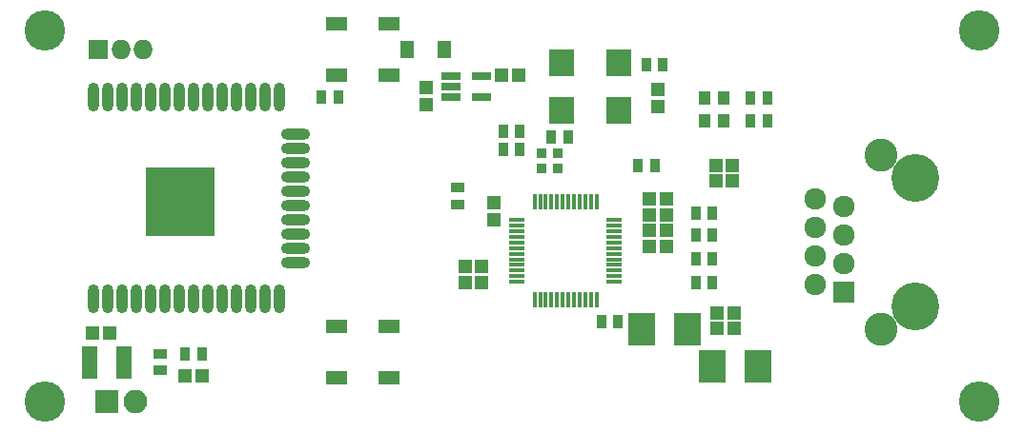
<source format=gbr>
G04 #@! TF.FileFunction,Soldermask,Top*
%FSLAX46Y46*%
G04 Gerber Fmt 4.6, Leading zero omitted, Abs format (unit mm)*
G04 Created by KiCad (PCBNEW 4.0.6) date Sat Oct 21 15:15:02 2017*
%MOMM*%
%LPD*%
G01*
G04 APERTURE LIST*
%ADD10C,0.100000*%
%ADD11R,2.200000X2.400000*%
%ADD12C,3.600000*%
%ADD13R,0.900000X1.300000*%
%ADD14R,1.400000X2.900000*%
%ADD15R,1.200000X1.150000*%
%ADD16R,1.150000X1.200000*%
%ADD17R,0.900000X0.850000*%
%ADD18R,2.400000X2.900000*%
%ADD19R,1.000000X1.200000*%
%ADD20R,2.100000X2.100000*%
%ADD21O,2.100000X2.100000*%
%ADD22R,1.750000X1.750000*%
%ADD23O,1.750000X1.750000*%
%ADD24R,1.300000X0.900000*%
%ADD25R,1.950000X1.300000*%
%ADD26R,1.660000X0.750000*%
%ADD27O,1.000000X2.600000*%
%ADD28O,2.600000X1.000000*%
%ADD29R,6.100000X6.100000*%
%ADD30R,0.350000X1.400000*%
%ADD31R,1.400000X0.350000*%
%ADD32R,1.300000X1.600000*%
%ADD33C,4.250000*%
%ADD34R,1.920000X1.920000*%
%ADD35C,1.920000*%
%ADD36C,2.940000*%
G04 APERTURE END LIST*
D10*
D11*
X134540000Y-78900000D03*
X129460000Y-78900000D03*
X129460000Y-83100000D03*
X134540000Y-83100000D03*
D12*
X83550000Y-76000000D03*
D13*
X128537200Y-85476940D03*
X130037200Y-85476940D03*
D14*
X90550000Y-105500000D03*
X87550000Y-105500000D03*
D15*
X89300000Y-102900000D03*
X87800000Y-102900000D03*
X124150000Y-80000000D03*
X125650000Y-80000000D03*
X96050000Y-106700000D03*
X97550000Y-106700000D03*
D16*
X117400000Y-81050000D03*
X117400000Y-82550000D03*
X138000000Y-81250000D03*
X138000000Y-82750000D03*
D15*
X143150000Y-89400000D03*
X144650000Y-89400000D03*
X143150000Y-88000000D03*
X144650000Y-88000000D03*
X143250000Y-101100000D03*
X144750000Y-101100000D03*
X143250000Y-102500000D03*
X144750000Y-102500000D03*
D16*
X122300000Y-98450000D03*
X122300000Y-96950000D03*
D15*
X138750000Y-91000000D03*
X137250000Y-91000000D03*
X138750000Y-95200000D03*
X137250000Y-95200000D03*
D16*
X123400000Y-91350000D03*
X123400000Y-92850000D03*
X120900000Y-98450000D03*
X120900000Y-96950000D03*
D15*
X137250000Y-92400000D03*
X138750000Y-92400000D03*
D17*
X129150000Y-88300000D03*
X127650000Y-88300000D03*
X129150000Y-86900000D03*
X127650000Y-86900000D03*
D18*
X142860000Y-105870000D03*
X146860000Y-105870000D03*
D19*
X142150000Y-82000000D03*
X143850000Y-82000000D03*
X142150000Y-84000000D03*
X143850000Y-84000000D03*
D20*
X89050000Y-109000000D03*
D21*
X91590000Y-109000000D03*
D22*
X88300000Y-77700000D03*
D23*
X90300000Y-77700000D03*
X92300000Y-77700000D03*
D18*
X140600000Y-102600000D03*
X136600000Y-102600000D03*
D24*
X93800000Y-104750000D03*
X93800000Y-106250000D03*
D13*
X136950000Y-79000000D03*
X138450000Y-79000000D03*
X96050000Y-104800000D03*
X97550000Y-104800000D03*
X124250000Y-85000000D03*
X125750000Y-85000000D03*
X108150000Y-81900000D03*
X109650000Y-81900000D03*
X141350000Y-98400000D03*
X142850000Y-98400000D03*
X141350000Y-96300000D03*
X142850000Y-96300000D03*
X141350000Y-94200000D03*
X142850000Y-94200000D03*
X141350000Y-92200000D03*
X142850000Y-92200000D03*
X125758000Y-86592000D03*
X124258000Y-86592000D03*
X136250000Y-88000000D03*
X137750000Y-88000000D03*
X147750000Y-82000000D03*
X146250000Y-82000000D03*
X147750000Y-84000000D03*
X146250000Y-84000000D03*
D25*
X109450000Y-102300000D03*
X109450000Y-106900000D03*
X114150000Y-102300000D03*
X114150000Y-106900000D03*
X109450000Y-75400000D03*
X109450000Y-80000000D03*
X114150000Y-75400000D03*
X114150000Y-80000000D03*
D26*
X119650000Y-80050000D03*
X119650000Y-81000000D03*
X119650000Y-81950000D03*
X122350000Y-81950000D03*
X122350000Y-80050000D03*
D27*
X87850000Y-81900000D03*
X89120000Y-81900000D03*
X90390000Y-81900000D03*
X91660000Y-81900000D03*
X92930000Y-81900000D03*
X94200000Y-81900000D03*
X95470000Y-81900000D03*
X96740000Y-81900000D03*
X98010000Y-81900000D03*
X99280000Y-81900000D03*
X100550000Y-81900000D03*
X101820000Y-81900000D03*
X103090000Y-81900000D03*
X104360000Y-81900000D03*
D28*
X105850000Y-85185000D03*
X105850000Y-86455000D03*
X105850000Y-87725000D03*
X105850000Y-88995000D03*
X105850000Y-90265000D03*
X105850000Y-91535000D03*
X105850000Y-92805000D03*
X105850000Y-94075000D03*
X105850000Y-95345000D03*
X105850000Y-96615000D03*
D27*
X104360000Y-99900000D03*
X103090000Y-99900000D03*
X101820000Y-99900000D03*
X100550000Y-99900000D03*
X99280000Y-99900000D03*
X98010000Y-99900000D03*
X96740000Y-99900000D03*
X95470000Y-99900000D03*
X94200000Y-99900000D03*
X92930000Y-99900000D03*
X91660000Y-99900000D03*
X90390000Y-99900000D03*
X89120000Y-99900000D03*
X87850000Y-99900000D03*
D29*
X95550000Y-91200000D03*
D12*
X95640000Y-91154000D03*
D30*
X127050000Y-99950000D03*
X127550000Y-99950000D03*
X128050000Y-99950000D03*
X128550000Y-99950000D03*
X129050000Y-99950000D03*
X129550000Y-99950000D03*
X130050000Y-99950000D03*
X130550000Y-99950000D03*
X131050000Y-99950000D03*
X131550000Y-99950000D03*
X132050000Y-99950000D03*
X132550000Y-99950000D03*
D31*
X134150000Y-98350000D03*
X134150000Y-97850000D03*
X134150000Y-97350000D03*
X134150000Y-96850000D03*
X134150000Y-96350000D03*
X134150000Y-95850000D03*
X134150000Y-95350000D03*
X134150000Y-94850000D03*
X134150000Y-94350000D03*
X134150000Y-93850000D03*
X134150000Y-93350000D03*
X134150000Y-92850000D03*
D30*
X132550000Y-91250000D03*
X132050000Y-91250000D03*
X131550000Y-91250000D03*
X131050000Y-91250000D03*
X130550000Y-91250000D03*
X130050000Y-91250000D03*
X129550000Y-91250000D03*
X129050000Y-91250000D03*
X128550000Y-91250000D03*
X128050000Y-91250000D03*
X127550000Y-91250000D03*
X127050000Y-91250000D03*
D31*
X125450000Y-92850000D03*
X125450000Y-93350000D03*
X125450000Y-93850000D03*
X125450000Y-94350000D03*
X125450000Y-94850000D03*
X125450000Y-95350000D03*
X125450000Y-95850000D03*
X125450000Y-96350000D03*
X125450000Y-96850000D03*
X125450000Y-97350000D03*
X125450000Y-97850000D03*
X125450000Y-98350000D03*
D15*
X137250000Y-93800000D03*
X138750000Y-93800000D03*
D12*
X166550000Y-76000000D03*
X166550000Y-109000000D03*
X83550000Y-109000000D03*
D24*
X120250000Y-91450000D03*
X120250000Y-89950000D03*
D13*
X132970000Y-101930000D03*
X134470000Y-101930000D03*
D32*
X115740000Y-77650000D03*
X119040000Y-77650000D03*
D33*
X160890000Y-89090000D03*
X160890000Y-100530000D03*
D34*
X154540000Y-99260000D03*
D35*
X152000000Y-98620000D03*
X154540000Y-96710000D03*
X152000000Y-96080000D03*
X154540000Y-94170000D03*
X152000000Y-93540000D03*
X154540000Y-91640000D03*
D36*
X157840000Y-87060000D03*
X157840000Y-102560000D03*
D35*
X152000000Y-91000000D03*
M02*

</source>
